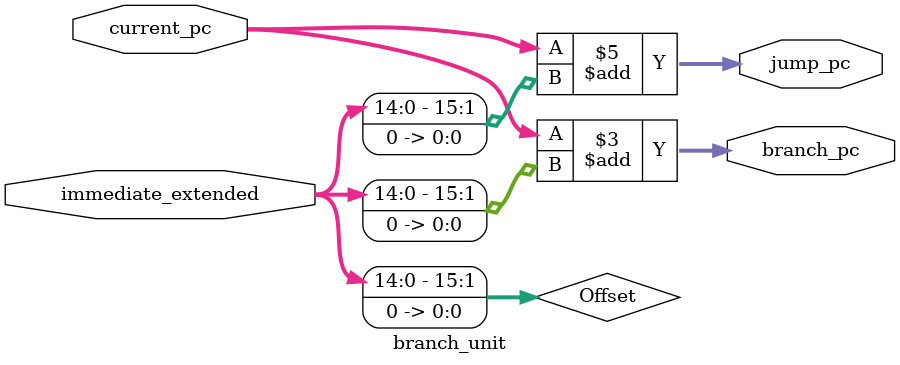
<source format=v>

module branch_unit#(
   parameter integer DATA_W     = 16
   )(
      input  wire signed [DATA_W-1:0]  current_pc,
      input  wire signed [DATA_W-1:0]  immediate_extended,
      output reg  signed [DATA_W-1:0]  branch_pc,
      output reg  signed [DATA_W-1:0]  jump_pc
   );

   wire signed [DATA_W-1:0] Offset;
   assign Offset = immediate_extended <<< 1;

   always@(*) branch_pc           = current_pc + Offset;
   always@(*) jump_pc             = current_pc + Offset;
  
endmodule




</source>
